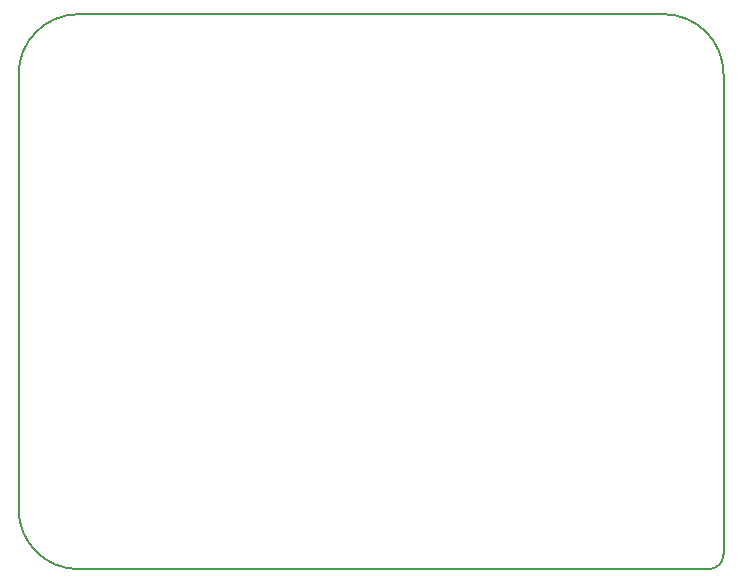
<source format=gbr>
G04 #@! TF.GenerationSoftware,KiCad,Pcbnew,(5.1.9)-1*
G04 #@! TF.CreationDate,2021-02-19T15:38:56-08:00*
G04 #@! TF.ProjectId,desklamp,6465736b-6c61-46d7-902e-6b696361645f,rev?*
G04 #@! TF.SameCoordinates,Original*
G04 #@! TF.FileFunction,Profile,NP*
%FSLAX46Y46*%
G04 Gerber Fmt 4.6, Leading zero omitted, Abs format (unit mm)*
G04 Created by KiCad (PCBNEW (5.1.9)-1) date 2021-02-19 15:38:56*
%MOMM*%
%LPD*%
G01*
G04 APERTURE LIST*
G04 #@! TA.AperFunction,Profile*
%ADD10C,0.150000*%
G04 #@! TD*
G04 APERTURE END LIST*
D10*
X209550000Y-114300000D02*
G75*
G02*
X208280000Y-115570000I-1270000J0D01*
G01*
X154940000Y-115570000D02*
G75*
G02*
X149860000Y-110490000I0J5080000D01*
G01*
X149860000Y-73660000D02*
G75*
G02*
X154940000Y-68580000I5080000J0D01*
G01*
X204470000Y-68580000D02*
G75*
G02*
X209550000Y-73660000I0J-5080000D01*
G01*
X209550000Y-114300000D02*
X209550000Y-73660000D01*
X154940000Y-115570000D02*
X208280000Y-115570000D01*
X149860000Y-73660000D02*
X149860000Y-110490000D01*
X204470000Y-68580000D02*
X154940000Y-68580000D01*
M02*

</source>
